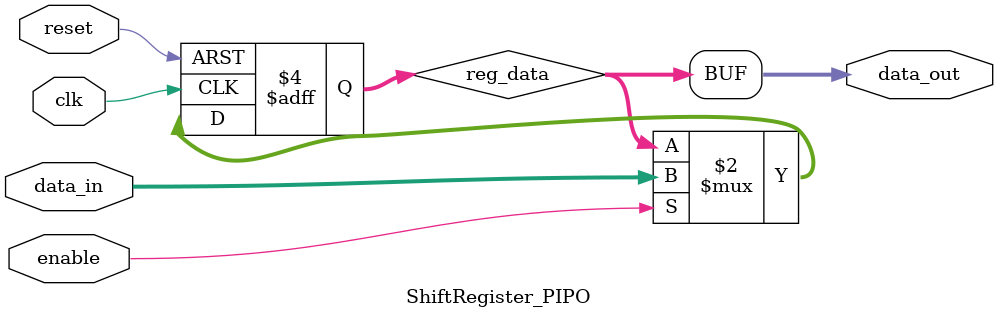
<source format=v>
module ShiftRegister_PIPO (
  input wire clk,         // Sinal de clock
  input wire reset,       // Sinal de reinicialização
  input wire enable,      // Sinal de habilitação
  input wire [3:0] data_in,     // Dados de entrada paralelos
  output wire [3:0] data_out    // Dados de saída paralelos
);

  reg [3:0] reg_data;     // Registrador interno de 4 bits

  always @(posedge clk or posedge reset) begin
    if (reset)
      reg_data <= 4'b0000;  // Reinicializa o registrador
    else if (enable)
      reg_data <= data_in;  // Carrega os dados de entrada no registrador
  end

  assign data_out = reg_data;  // Saída dos dados paralelos

endmodule

</source>
